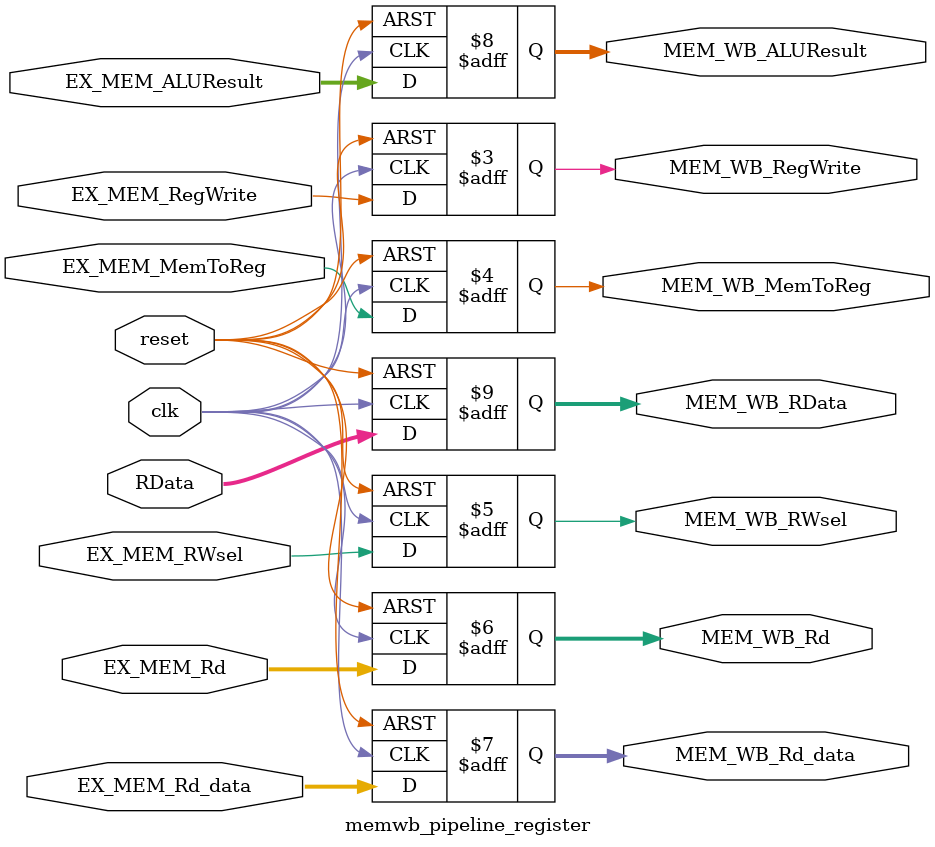
<source format=v>
module ifid_pipeline_register (
    input clk,
    input reset, // Reset signal 추가
    input IF_ID_Stall, IF_ID_Flush,
    input [31:0] instOut,
    input [31:0] PC,
    input BPred,
    input BPredValid,
    output reg [31:0] IF_ID_instOut,  
    output reg [31:0] IF_ID_PC,
    output reg IF_ID_BPred,
    output reg IF_ID_BPredValid
);
    
    always @(posedge clk or negedge reset) begin
        if (!reset) begin
            IF_ID_instOut <= 32'b0;
            IF_ID_PC <= 32'b0;
            IF_ID_BPred <= 0;
            IF_ID_BPredValid <= 0;
        end
        else if(IF_ID_Flush) begin
            // NOP 명령어 출력
            IF_ID_instOut <= 32'h00000013; // RV32I에서의 NOP 명령어
            IF_ID_PC <= PC; // PC는 NOP 상태에서도 업데이트 될 수 있도록 유지
            IF_ID_BPred <= 0;
            IF_ID_BPredValid <= 0;
        end
        else if(!IF_ID_Stall && !IF_ID_Flush) begin // normal operation
            IF_ID_instOut <= instOut;
            IF_ID_PC <= PC;
            IF_ID_BPred <= BPred;
            IF_ID_BPredValid <= BPredValid;
        end
    end
endmodule

// IDEX PIPELINE REGISTER
module idex_pipeline_register (
    input clk,
    input reset, // Reset signal 추가
    input Control_Sig_Stall,
    input RegWrite,
    input MemToReg,
    input MemRead,
    input MemWrite,
    input [3:0] ALUOp,
    input [1:0] ALUSrc,
    input RWsel,
    input [4:0] IF_ID_Rs1, IF_ID_Rs2, IF_ID_Rd,
    input [2:0] IF_ID_funct3,
    input [31:0] RData1, RData2,
    input [31:0] imm32,  // sign extend output
    input Jump,
    input Branch,
    input [31:0] IF_ID_PC,
    input IF_ID_BPred,
    input IF_ID_BPredValid,
    input ID_EX_Flush,

    output reg ID_EX_RWsel,
    output reg [1:0] ID_EX_ALUSrc,
    output reg [3:0] ID_EX_ALUOp,
    output reg ID_EX_MemWrite,
    output reg ID_EX_MemRead,
    output reg ID_EX_MemToReg,
    output reg ID_EX_RegWrite,
    output reg [4:0] ID_EX_Rs1, ID_EX_Rs2, ID_EX_Rd,
    output reg [2:0] ID_EX_funct3,
    output reg [31:0] ID_EX_RData1, ID_EX_RData2,
    output reg [31:0] ID_EX_imm32,
    output reg ID_EX_Jump,
    output reg ID_EX_Branch,
    output reg ID_EX_BPred,
    output reg ID_EX_BPredValid,
    output reg [31:0] ID_EX_PC
);
    
    always @(posedge clk or negedge reset) begin
        if (!reset) begin
            ID_EX_RWsel <= 1'b0;
            ID_EX_ALUSrc <= 2'b00;
            ID_EX_ALUOp <= 4'b0000;
            ID_EX_MemWrite <= 1'b0;
            ID_EX_MemRead <= 1'b0;
            ID_EX_MemToReg <= 1'b0;
            ID_EX_RegWrite <= 1'b0;
            ID_EX_Rs1 <= 5'b00000;
            ID_EX_Rs2 <= 5'b00000;
            ID_EX_Rd <= 5'b00000;
            ID_EX_funct3 <= 3'b000;
            ID_EX_RData1 <= 32'b0;
            ID_EX_RData2 <= 32'b0;
            ID_EX_imm32 <= 32'b0;
            ID_EX_Jump <= 1'b0;
            ID_EX_Branch <= 1'b0;
            ID_EX_BPred <= 0;
            ID_EX_BPredValid <= 0;
            ID_EX_PC <= 32'b0;
        end
        else if (ID_EX_Flush) begin
            // if branch prediction failed
            // or branch prediction not valid
            // On a flush, reset the pipeline stage to NOP
            ID_EX_RWsel <= 1'b0;
            ID_EX_ALUSrc <= 2'b00;
            ID_EX_ALUOp <= 4'b0000;
            ID_EX_MemWrite <= 1'b0;
            ID_EX_MemRead <= 1'b0;
            ID_EX_MemToReg <= 1'b0;
            ID_EX_RegWrite <= 1'b0;
            ID_EX_Rs1 <= 5'b00000;
            ID_EX_Rs2 <= 5'b00000;
            ID_EX_Rd <= 5'b00000;
            ID_EX_funct3 <= 3'b000;
            ID_EX_RData1 <= 32'b0;
            ID_EX_RData2 <= 32'b0;
            ID_EX_imm32 <= 32'b0;
            ID_EX_Jump <= Jump;
            ID_EX_Branch <= Branch;
            ID_EX_PC <= 32'b0;
            ID_EX_BPred <= 0;
            ID_EX_BPredValid <= 0;
        end
        else if(!Control_Sig_Stall) begin
            ID_EX_RWsel <= RWsel;
            ID_EX_ALUSrc <= ALUSrc;
            ID_EX_ALUOp <= ALUOp;
            ID_EX_MemWrite <= MemWrite;
            ID_EX_MemRead <= MemRead;
            ID_EX_MemToReg <= MemToReg;
            ID_EX_RegWrite <= RegWrite;
            ID_EX_RData1 <= RData1;
            ID_EX_RData2 <= RData2;
            ID_EX_Rs1 <= IF_ID_Rs1;
            ID_EX_Rs2 <= IF_ID_Rs2;
            ID_EX_Rd <= IF_ID_Rd;
            ID_EX_funct3 <= IF_ID_funct3;
            ID_EX_imm32 <= imm32;
            ID_EX_Jump <= Jump;
            ID_EX_Branch <= Branch;
            ID_EX_BPred <= IF_ID_BPred;
            ID_EX_BPredValid <= IF_ID_BPredValid;
            ID_EX_PC <= IF_ID_PC;
        end
    end 
endmodule


// EXMEM PIPELINE REGISTER
module exmem_pipeline_register (
    input clk,
    input reset, // Reset signal 추가
    input ID_EX_RegWrite,
    input ID_EX_MemToReg,
    input ID_EX_MemRead,
    input ID_EX_MemWrite,
    input ID_EX_RWsel,
    input [2:0] ID_EX_funct3,
    input [4:0] ID_EX_Rd, // inst decode
    input [31:0] ALUResult,  // ALU output
    input [31:0] ID_EX_RData2,  // regfile
    input [31:0] Rd_data,
    
    output reg EX_MEM_RegWrite,
    output reg EX_MEM_MemToReg,
    output reg EX_MEM_MemRead,
    output reg EX_MEM_MemWrite,
    output reg EX_MEM_RWsel,
    output reg [2:0] EX_MEM_funct3,
    output reg [4:0] EX_MEM_Rd,
    output reg [31:0] EX_MEM_ALUResult,
    output reg [31:0] EX_MEM_RData2,
    output reg [31:0] EX_MEM_Rd_data
);
        
    always @(posedge clk or negedge reset) begin
        if (!reset) begin
            EX_MEM_RegWrite <= 1'b0;
            EX_MEM_MemToReg <= 1'b0;
            EX_MEM_MemRead <= 1'b0;
            EX_MEM_MemWrite <= 1'b0;
            EX_MEM_RWsel <= 1'b0;
            EX_MEM_funct3 <= 3'b000;
            EX_MEM_Rd <= 5'b00000;
            EX_MEM_ALUResult <= 32'b0;
            EX_MEM_RData2 <= 32'b0;
            EX_MEM_Rd_data <= 32'b0;
        end
        else begin
            EX_MEM_RegWrite <= ID_EX_RegWrite;
            EX_MEM_MemToReg <= ID_EX_MemToReg;
            EX_MEM_MemRead <= ID_EX_MemRead;
            EX_MEM_MemWrite <= ID_EX_MemWrite;
            EX_MEM_RWsel <= ID_EX_RWsel;
            EX_MEM_Rd <= ID_EX_Rd;
            EX_MEM_funct3 <= ID_EX_funct3;
            EX_MEM_ALUResult <= ALUResult;
            EX_MEM_RData2 <= ID_EX_RData2;
            EX_MEM_Rd_data <= Rd_data;
        end
    end 
endmodule

// MEMWB PIPELINE REGISTER
module memwb_pipeline_register (
    input clk,
    input reset, // Reset signal 추가
    input EX_MEM_RegWrite,
    input EX_MEM_MemToReg,
    input EX_MEM_RWsel,
    input [4:0] EX_MEM_Rd,  // inst decode
    input [31:0] EX_MEM_Rd_data,
    input [31:0] EX_MEM_ALUResult,
    input [31:0] RData, // data memory
    output reg MEM_WB_RegWrite,
    output reg MEM_WB_MemToReg,
    output reg MEM_WB_RWsel,
    output reg [4:0] MEM_WB_Rd,
    output reg [31:0] MEM_WB_Rd_data,
    output reg [31:0] MEM_WB_ALUResult,
    output reg [31:0] MEM_WB_RData
);
        
    always @(posedge clk or negedge reset) begin
        if (!reset) begin
            MEM_WB_RegWrite <= 1'b0;
            MEM_WB_MemToReg <= 1'b0;
            MEM_WB_RWsel <= 1'b0;
            MEM_WB_Rd <= 5'b00000;
            MEM_WB_Rd_data <= 32'b0;
            MEM_WB_ALUResult <= 32'b0;
            MEM_WB_RData <= 32'b0;
        end
        else begin
            MEM_WB_RegWrite <= EX_MEM_RegWrite;
            MEM_WB_MemToReg <= EX_MEM_MemToReg;
            MEM_WB_RWsel <= EX_MEM_RWsel;
            MEM_WB_Rd <= EX_MEM_Rd;
            MEM_WB_Rd_data <= EX_MEM_Rd_data;
            MEM_WB_ALUResult <= EX_MEM_ALUResult;
            MEM_WB_RData <= RData;
        end
    end 
endmodule

</source>
